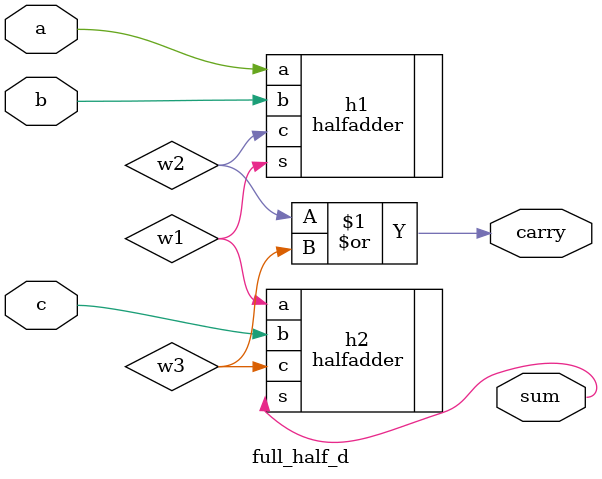
<source format=v>
module halfadder_d(
    input a, b,
    output c, s
    );
    assign {c, s} = a + b;
endmodule

module full_half_d(
    input a, b, c,
    output sum, carry
    );
    wire w1, w2, w3;
    halfadder h1(.a(a), .b(b), .c(w2), .s(w1));
    halfadder h2(.a(w1), .b(c), .c(w3), .s(sum));
    or(carry, w2, w3);    
endmodule

</source>
